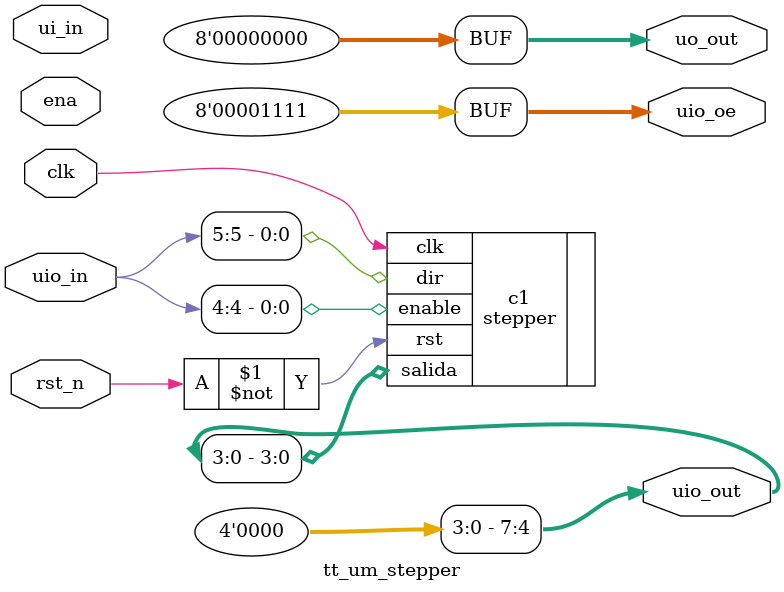
<source format=v>

/*
 * Copyright (c) 2024 Your Name
 * SPDX-License-Identifier: Apache-2.0
 */

`define default_netname none

module tt_um_stepper (
    input  wire [7:0] ui_in,    // Dedicated inputs
    output wire [7:0] uo_out,   // Dedicated outputs
    input  wire [7:0] uio_in,   // IOs: Input path
    output wire [7:0] uio_out,  // IOs: Output path
    output wire [7:0] uio_oe,   // IOs: Enable path (active high: 0=input, 1=output)
    input  wire       ena,      // will go high when the design is enabled
    input  wire       clk,      // clock
    input  wire       rst_n     // reset_n - low to reset
);

  // All output pins must be assigned. If not used, assign to 0.
  // assign uo_out  = ui_in + uio_in;  // Example: ou_out is the sum of ui_in and uio_in
  // assign uio_out = 0;
  //assign uio_oe  = 0;

    stepper c1 (.clk(clk), .rst(~rst_n), .dir(uio_in[5]), .enable(uio_in[4]), .salida(uio_out[3:0]));

    assign uio_oe = 8'b00001111;
    assign uio_out[4] = 1'b0;
    assign uio_out[5] = 1'b0;
    assign uio_out[6] = 1'b0;
    assign uio_out[7] = 1'b0;
    assign uo_out[7:0] = 8'b00000000;

endmodule
</source>
